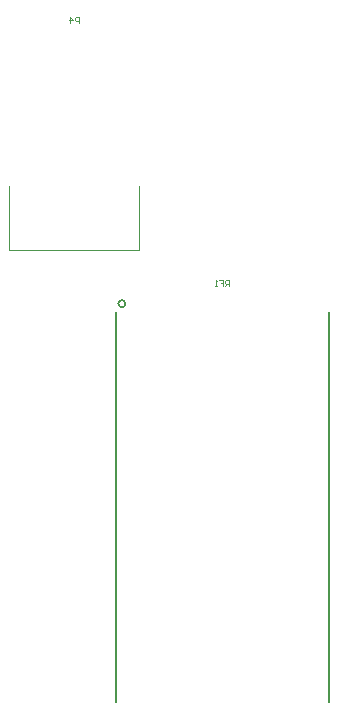
<source format=gbo>
%FSLAX25Y25*%
%MOIN*%
G70*
G01*
G75*
G04 Layer_Color=32896*
%ADD10C,0.03937*%
G04:AMPARAMS|DCode=11|XSize=19.69mil|YSize=31.5mil|CornerRadius=0.98mil|HoleSize=0mil|Usage=FLASHONLY|Rotation=180.000|XOffset=0mil|YOffset=0mil|HoleType=Round|Shape=RoundedRectangle|*
%AMROUNDEDRECTD11*
21,1,0.01969,0.02953,0,0,180.0*
21,1,0.01772,0.03150,0,0,180.0*
1,1,0.00197,-0.00886,0.01476*
1,1,0.00197,0.00886,0.01476*
1,1,0.00197,0.00886,-0.01476*
1,1,0.00197,-0.00886,-0.01476*
%
%ADD11ROUNDEDRECTD11*%
G04:AMPARAMS|DCode=12|XSize=35.43mil|YSize=39.37mil|CornerRadius=1.77mil|HoleSize=0mil|Usage=FLASHONLY|Rotation=270.000|XOffset=0mil|YOffset=0mil|HoleType=Round|Shape=RoundedRectangle|*
%AMROUNDEDRECTD12*
21,1,0.03543,0.03583,0,0,270.0*
21,1,0.03189,0.03937,0,0,270.0*
1,1,0.00354,-0.01791,-0.01595*
1,1,0.00354,-0.01791,0.01595*
1,1,0.00354,0.01791,0.01595*
1,1,0.00354,0.01791,-0.01595*
%
%ADD12ROUNDEDRECTD12*%
G04:AMPARAMS|DCode=13|XSize=19.69mil|YSize=23.62mil|CornerRadius=0.98mil|HoleSize=0mil|Usage=FLASHONLY|Rotation=0.000|XOffset=0mil|YOffset=0mil|HoleType=Round|Shape=RoundedRectangle|*
%AMROUNDEDRECTD13*
21,1,0.01969,0.02165,0,0,0.0*
21,1,0.01772,0.02362,0,0,0.0*
1,1,0.00197,0.00886,-0.01083*
1,1,0.00197,-0.00886,-0.01083*
1,1,0.00197,-0.00886,0.01083*
1,1,0.00197,0.00886,0.01083*
%
%ADD13ROUNDEDRECTD13*%
G04:AMPARAMS|DCode=14|XSize=47.24mil|YSize=70.87mil|CornerRadius=4.72mil|HoleSize=0mil|Usage=FLASHONLY|Rotation=270.000|XOffset=0mil|YOffset=0mil|HoleType=Round|Shape=RoundedRectangle|*
%AMROUNDEDRECTD14*
21,1,0.04724,0.06142,0,0,270.0*
21,1,0.03780,0.07087,0,0,270.0*
1,1,0.00945,-0.03071,-0.01890*
1,1,0.00945,-0.03071,0.01890*
1,1,0.00945,0.03071,0.01890*
1,1,0.00945,0.03071,-0.01890*
%
%ADD14ROUNDEDRECTD14*%
G04:AMPARAMS|DCode=15|XSize=196.85mil|YSize=78.74mil|CornerRadius=3.94mil|HoleSize=0mil|Usage=FLASHONLY|Rotation=270.000|XOffset=0mil|YOffset=0mil|HoleType=Round|Shape=RoundedRectangle|*
%AMROUNDEDRECTD15*
21,1,0.19685,0.07087,0,0,270.0*
21,1,0.18898,0.07874,0,0,270.0*
1,1,0.00787,-0.03543,-0.09449*
1,1,0.00787,-0.03543,0.09449*
1,1,0.00787,0.03543,0.09449*
1,1,0.00787,0.03543,-0.09449*
%
%ADD15ROUNDEDRECTD15*%
%ADD16C,0.01969*%
%ADD17R,0.05906X0.05906*%
%ADD18C,0.05906*%
%ADD19R,0.05906X0.05906*%
%ADD20C,0.17500*%
%ADD21C,0.05000*%
G04:AMPARAMS|DCode=22|XSize=196.85mil|YSize=39.37mil|CornerRadius=1.97mil|HoleSize=0mil|Usage=FLASHONLY|Rotation=270.000|XOffset=0mil|YOffset=0mil|HoleType=Round|Shape=RoundedRectangle|*
%AMROUNDEDRECTD22*
21,1,0.19685,0.03543,0,0,270.0*
21,1,0.19291,0.03937,0,0,270.0*
1,1,0.00394,-0.01772,-0.09646*
1,1,0.00394,-0.01772,0.09646*
1,1,0.00394,0.01772,0.09646*
1,1,0.00394,0.01772,-0.09646*
%
%ADD22ROUNDEDRECTD22*%
G04:AMPARAMS|DCode=23|XSize=118.11mil|YSize=59.06mil|CornerRadius=2.95mil|HoleSize=0mil|Usage=FLASHONLY|Rotation=270.000|XOffset=0mil|YOffset=0mil|HoleType=Round|Shape=RoundedRectangle|*
%AMROUNDEDRECTD23*
21,1,0.11811,0.05315,0,0,270.0*
21,1,0.11221,0.05906,0,0,270.0*
1,1,0.00591,-0.02658,-0.05610*
1,1,0.00591,-0.02658,0.05610*
1,1,0.00591,0.02658,0.05610*
1,1,0.00591,0.02658,-0.05610*
%
%ADD23ROUNDEDRECTD23*%
%ADD24C,0.01575*%
%ADD25C,0.00787*%
%ADD26C,0.00394*%
%ADD27C,0.00492*%
%ADD28C,0.00100*%
%ADD29C,0.01000*%
G04:AMPARAMS|DCode=30|XSize=27.56mil|YSize=39.37mil|CornerRadius=4.92mil|HoleSize=0mil|Usage=FLASHONLY|Rotation=180.000|XOffset=0mil|YOffset=0mil|HoleType=Round|Shape=RoundedRectangle|*
%AMROUNDEDRECTD30*
21,1,0.02756,0.02953,0,0,180.0*
21,1,0.01772,0.03937,0,0,180.0*
1,1,0.00984,-0.00886,0.01476*
1,1,0.00984,0.00886,0.01476*
1,1,0.00984,0.00886,-0.01476*
1,1,0.00984,-0.00886,-0.01476*
%
%ADD30ROUNDEDRECTD30*%
G04:AMPARAMS|DCode=31|XSize=41.34mil|YSize=45.28mil|CornerRadius=4.72mil|HoleSize=0mil|Usage=FLASHONLY|Rotation=270.000|XOffset=0mil|YOffset=0mil|HoleType=Round|Shape=RoundedRectangle|*
%AMROUNDEDRECTD31*
21,1,0.04134,0.03583,0,0,270.0*
21,1,0.03189,0.04528,0,0,270.0*
1,1,0.00945,-0.01791,-0.01595*
1,1,0.00945,-0.01791,0.01595*
1,1,0.00945,0.01791,0.01595*
1,1,0.00945,0.01791,-0.01595*
%
%ADD31ROUNDEDRECTD31*%
G04:AMPARAMS|DCode=32|XSize=25.59mil|YSize=29.53mil|CornerRadius=3.94mil|HoleSize=0mil|Usage=FLASHONLY|Rotation=0.000|XOffset=0mil|YOffset=0mil|HoleType=Round|Shape=RoundedRectangle|*
%AMROUNDEDRECTD32*
21,1,0.02559,0.02165,0,0,0.0*
21,1,0.01772,0.02953,0,0,0.0*
1,1,0.00787,0.00886,-0.01083*
1,1,0.00787,-0.00886,-0.01083*
1,1,0.00787,-0.00886,0.01083*
1,1,0.00787,0.00886,0.01083*
%
%ADD32ROUNDEDRECTD32*%
G04:AMPARAMS|DCode=33|XSize=53.15mil|YSize=76.77mil|CornerRadius=7.68mil|HoleSize=0mil|Usage=FLASHONLY|Rotation=270.000|XOffset=0mil|YOffset=0mil|HoleType=Round|Shape=RoundedRectangle|*
%AMROUNDEDRECTD33*
21,1,0.05315,0.06142,0,0,270.0*
21,1,0.03780,0.07677,0,0,270.0*
1,1,0.01535,-0.03071,-0.01890*
1,1,0.01535,-0.03071,0.01890*
1,1,0.01535,0.03071,0.01890*
1,1,0.01535,0.03071,-0.01890*
%
%ADD33ROUNDEDRECTD33*%
G04:AMPARAMS|DCode=34|XSize=202.76mil|YSize=84.65mil|CornerRadius=6.89mil|HoleSize=0mil|Usage=FLASHONLY|Rotation=270.000|XOffset=0mil|YOffset=0mil|HoleType=Round|Shape=RoundedRectangle|*
%AMROUNDEDRECTD34*
21,1,0.20276,0.07087,0,0,270.0*
21,1,0.18898,0.08465,0,0,270.0*
1,1,0.01378,-0.03543,-0.09449*
1,1,0.01378,-0.03543,0.09449*
1,1,0.01378,0.03543,0.09449*
1,1,0.01378,0.03543,-0.09449*
%
%ADD34ROUNDEDRECTD34*%
%ADD35R,0.06706X0.06706*%
%ADD36C,0.06706*%
%ADD37R,0.06706X0.06706*%
%ADD38C,0.18300*%
%ADD39C,0.05800*%
G04:AMPARAMS|DCode=40|XSize=202.76mil|YSize=45.28mil|CornerRadius=4.92mil|HoleSize=0mil|Usage=FLASHONLY|Rotation=270.000|XOffset=0mil|YOffset=0mil|HoleType=Round|Shape=RoundedRectangle|*
%AMROUNDEDRECTD40*
21,1,0.20276,0.03543,0,0,270.0*
21,1,0.19291,0.04528,0,0,270.0*
1,1,0.00984,-0.01772,-0.09646*
1,1,0.00984,-0.01772,0.09646*
1,1,0.00984,0.01772,0.09646*
1,1,0.00984,0.01772,-0.09646*
%
%ADD40ROUNDEDRECTD40*%
G04:AMPARAMS|DCode=41|XSize=124.02mil|YSize=64.96mil|CornerRadius=5.91mil|HoleSize=0mil|Usage=FLASHONLY|Rotation=270.000|XOffset=0mil|YOffset=0mil|HoleType=Round|Shape=RoundedRectangle|*
%AMROUNDEDRECTD41*
21,1,0.12402,0.05315,0,0,270.0*
21,1,0.11221,0.06496,0,0,270.0*
1,1,0.01181,-0.02658,-0.05610*
1,1,0.01181,-0.02658,0.05610*
1,1,0.01181,0.02658,0.05610*
1,1,0.01181,0.02658,-0.05610*
%
%ADD41ROUNDEDRECTD41*%
D25*
X67681Y155681D02*
G03*
X67681Y155681I-1181J0D01*
G01*
X135433Y23039D02*
Y152961D01*
X64567Y23039D02*
Y152961D01*
D27*
X28846Y173665D02*
Y194925D01*
Y173665D02*
X72154D01*
Y194925D01*
X52150Y249150D02*
Y251117D01*
X51166D01*
X50838Y250789D01*
Y250133D01*
X51166Y249806D01*
X52150D01*
X49198Y249150D02*
Y251117D01*
X50182Y250133D01*
X48870D01*
X102250Y161650D02*
Y163618D01*
X101266D01*
X100938Y163289D01*
Y162634D01*
X101266Y162306D01*
X102250D01*
X101594D02*
X100938Y161650D01*
X98970Y163618D02*
X100282D01*
Y162634D01*
X99626D01*
X100282D01*
Y161650D01*
X98314D02*
X97658D01*
X97986D01*
Y163618D01*
X98314Y163289D01*
M02*

</source>
